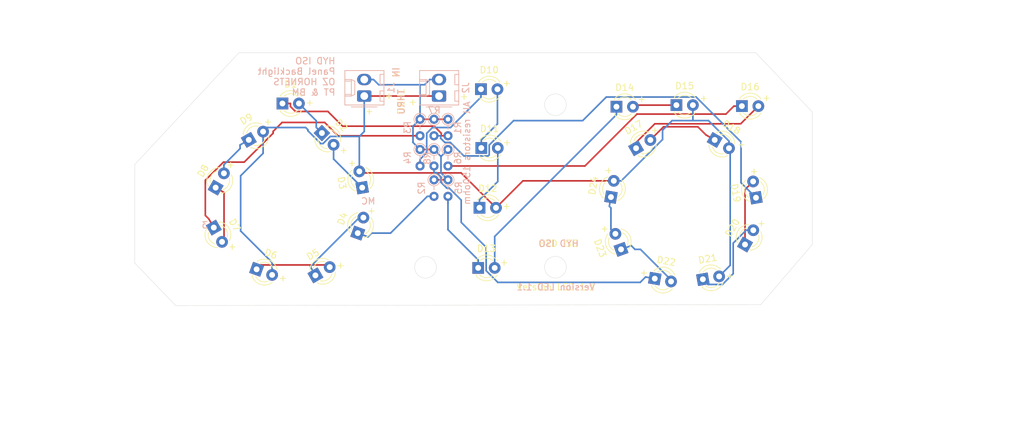
<source format=kicad_pcb>
(kicad_pcb (version 20211014) (generator pcbnew)
  (layers (0 "F.Cu" signal) (31 "B.Cu" signal) (34 "B.Paste" user) (35 "F.Paste" user) (36 "B.SilkS" user "B.Silkscreen") (37 "F.SilkS" user "F.Silkscreen") (38 "B.Mask" user) (39 "F.Mask" user) (44 "Edge.Cuts" user))
  (net 0 "")
  (net 1 "Net-(D1-Pad2)")
  (net 2 "Net-(D2-Pad2)")
  (net 3 "Net-(D1-Pad1)")
  (net 4 "Net-(D4-Pad2)")
  (net 5 "Net-(D5-Pad2)")
  (net 6 "Net-(D7-Pad2)")
  (net 7 "Net-(D8-Pad2)")
  (net 8 "/LED+12V")
  (net 9 "Net-(D10-Pad2)")
  (net 10 "Net-(D11-Pad2)")
  (net 11 "Net-(D4-Pad1)")
  (net 12 "Net-(D13-Pad2)")
  (net 13 "Net-(D14-Pad2)")
  (net 14 "Net-(D7-Pad1)")
  (net 15 "Net-(D16-Pad2)")
  (net 16 "Net-(D17-Pad2)")
  (net 17 "Net-(D10-Pad1)")
  (net 18 "Net-(D19-Pad2)")
  (net 19 "Net-(D20-Pad2)")
  (net 20 "Net-(D13-Pad1)")
  (net 21 "Net-(D22-Pad2)")
  (net 22 "Net-(D23-Pad2)")
  (net 23 "Net-(D16-Pad1)")
  (net 24 "Net-(D19-Pad1)")
  (net 25 "Net-(D22-Pad1)")
  (net 26 "/LED-12V")
  (footprint "LED_THT:LED_D3.0mm" (layer "F.Cu") (at 90.425 68.15)
    (fp_text reference "D1" (at 1.27 -2.96) (layer "F.SilkS"))
    (fp_text value "LED")
    (pad "1" thru_hole rect (at 0 0) (size 1.8 1.8) (drill 0.9) (layers *.Cu *.Mask) (net 3 "Net-(D1-Pad1)"))
    (pad "2" thru_hole circle (at 2.54 0) (size 1.8 1.8) (drill 0.9) (layers *.Cu *.Mask) (net 1 "Net-(D1-Pad2)"))
  )
  (footprint "LED_THT:LED_D3.0mm" (layer "F.Cu") (at 96.5 72.7 -45)
    (fp_text reference "D2" (at 1.27 -2.96 135) (layer "F.SilkS"))
    (fp_text value "LED")
    (pad "1" thru_hole rect (at 0 0 315) (size 1.8 1.8) (drill 0.9) (layers *.Cu *.Mask) (net 1 "Net-(D1-Pad2)"))
    (pad "2" thru_hole circle (at 2.54 0 315) (size 1.8 1.8) (drill 0.9) (layers *.Cu *.Mask) (net 2 "Net-(D2-Pad2)"))
  )
  (footprint "LED_THT:LED_D3.0mm" (layer "F.Cu") (at 102.7 81.1 100)
    (fp_text reference "D3" (at 1.27 -2.96 100) (layer "F.SilkS"))
    (fp_text value "LED")
    (pad "1" thru_hole rect (at 0 0 100) (size 1.8 1.8) (drill 0.9) (layers *.Cu *.Mask) (net 2 "Net-(D2-Pad2)"))
    (pad "2" thru_hole circle (at 2.54 0 100) (size 1.8 1.8) (drill 0.9) (layers *.Cu *.Mask) (net 8 "/LED+12V"))
  )
  (footprint "LED_THT:LED_D3.0mm" (layer "F.Cu") (at 102.0139 88.0981 70)
    (fp_text reference "D4" (at 1.27 -2.96 70) (layer "F.SilkS"))
    (fp_text value "LED")
    (pad "1" thru_hole rect (at 0 0 70) (size 1.8 1.8) (drill 0.9) (layers *.Cu *.Mask) (net 11 "Net-(D4-Pad1)"))
    (pad "2" thru_hole circle (at 2.54 0 70) (size 1.8 1.8) (drill 0.9) (layers *.Cu *.Mask) (net 4 "Net-(D4-Pad2)"))
  )
  (footprint "LED_THT:LED_D3.0mm" (layer "F.Cu") (at 95.5 94.6 30)
    (fp_text reference "D5" (at 1.27 -2.96 30) (layer "F.SilkS"))
    (fp_text value "LED")
    (pad "1" thru_hole rect (at 0 0 30) (size 1.8 1.8) (drill 0.9) (layers *.Cu *.Mask) (net 4 "Net-(D4-Pad2)"))
    (pad "2" thru_hole circle (at 2.54 0 30) (size 1.8 1.8) (drill 0.9) (layers *.Cu *.Mask) (net 5 "Net-(D5-Pad2)"))
  )
  (footprint "LED_THT:LED_D3.0mm" (layer "F.Cu") (at 86.4519 93.6639 -20)
    (fp_text reference "D6" (at 1.27 -2.96 160) (layer "F.SilkS"))
    (fp_text value "LED")
    (pad "1" thru_hole rect (at 0 0 340) (size 1.8 1.8) (drill 0.9) (layers *.Cu *.Mask) (net 5 "Net-(D5-Pad2)"))
    (pad "2" thru_hole circle (at 2.54 0 340) (size 1.8 1.8) (drill 0.9) (layers *.Cu *.Mask) (net 8 "/LED+12V"))
  )
  (footprint "LED_THT:LED_D3.0mm" (layer "F.Cu") (at 79.8625 87.2458 -60)
    (fp_text reference "D7" (at 1.27 -2.96 120) (layer "F.SilkS"))
    (fp_text value "LED")
    (pad "1" thru_hole rect (at 0 0 300) (size 1.8 1.8) (drill 0.9) (layers *.Cu *.Mask) (net 14 "Net-(D7-Pad1)"))
    (pad "2" thru_hole circle (at 2.54 0 300) (size 1.8 1.8) (drill 0.9) (layers *.Cu *.Mask) (net 6 "Net-(D7-Pad2)"))
  )
  (footprint "LED_THT:LED_D3.0mm" (layer "F.Cu") (at 80.15 81.1 60)
    (fp_text reference "D8" (at 1.27 -2.96 60) (layer "F.SilkS"))
    (fp_text value "LED")
    (pad "1" thru_hole rect (at 0 0 60) (size 1.8 1.8) (drill 0.9) (layers *.Cu *.Mask) (net 6 "Net-(D7-Pad2)"))
    (pad "2" thru_hole circle (at 2.54 0 60) (size 1.8 1.8) (drill 0.9) (layers *.Cu *.Mask) (net 7 "Net-(D8-Pad2)"))
  )
  (footprint "LED_THT:LED_D3.0mm" (layer "F.Cu") (at 85.25 73.75 30)
    (fp_text reference "D9" (at 1.27 -2.96 30) (layer "F.SilkS"))
    (fp_text value "LED")
    (pad "1" thru_hole rect (at 0 0 30) (size 1.8 1.8) (drill 0.9) (layers *.Cu *.Mask) (net 7 "Net-(D8-Pad2)"))
    (pad "2" thru_hole circle (at 2.54 0 30) (size 1.8 1.8) (drill 0.9) (layers *.Cu *.Mask) (net 8 "/LED+12V"))
  )
  (footprint "LED_THT:LED_D3.0mm" (layer "F.Cu") (at 120.975 65.95)
    (fp_text reference "D10" (at 1.27 -2.96) (layer "F.SilkS"))
    (fp_text value "LED")
    (pad "1" thru_hole rect (at 0 0) (size 1.8 1.8) (drill 0.9) (layers *.Cu *.Mask) (net 17 "Net-(D10-Pad1)"))
    (pad "2" thru_hole circle (at 2.54 0) (size 1.8 1.8) (drill 0.9) (layers *.Cu *.Mask) (net 9 "Net-(D10-Pad2)"))
  )
  (footprint "LED_THT:LED_D3.0mm" (layer "F.Cu") (at 121.025 75)
    (fp_text reference "D11" (at 1.27 -2.96) (layer "F.SilkS"))
    (fp_text value "LED")
    (pad "1" thru_hole rect (at 0 0) (size 1.8 1.8) (drill 0.9) (layers *.Cu *.Mask) (net 9 "Net-(D10-Pad2)"))
    (pad "2" thru_hole circle (at 2.54 0) (size 1.8 1.8) (drill 0.9) (layers *.Cu *.Mask) (net 10 "Net-(D11-Pad2)"))
  )
  (footprint "LED_THT:LED_D3.0mm" (layer "F.Cu") (at 120.75 84.2)
    (fp_text reference "D12" (at 1.27 -2.96) (layer "F.SilkS"))
    (fp_text value "LED")
    (pad "1" thru_hole rect (at 0 0) (size 1.8 1.8) (drill 0.9) (layers *.Cu *.Mask) (net 10 "Net-(D11-Pad2)"))
    (pad "2" thru_hole circle (at 2.54 0) (size 1.8 1.8) (drill 0.9) (layers *.Cu *.Mask) (net 8 "/LED+12V"))
  )
  (footprint "LED_THT:LED_D3.0mm" (layer "F.Cu") (at 120.55 93.45)
    (fp_text reference "D13" (at 1.27 -2.96) (layer "F.SilkS"))
    (fp_text value "LED")
    (pad "1" thru_hole rect (at 0 0) (size 1.8 1.8) (drill 0.9) (layers *.Cu *.Mask) (net 20 "Net-(D13-Pad1)"))
    (pad "2" thru_hole circle (at 2.54 0) (size 1.8 1.8) (drill 0.9) (layers *.Cu *.Mask) (net 12 "Net-(D13-Pad2)"))
  )
  (footprint "LED_THT:LED_D3.0mm" (layer "F.Cu") (at 141.825 68.65)
    (fp_text reference "D14" (at 1.27 -2.96) (layer "F.SilkS"))
    (fp_text value "LED")
    (pad "1" thru_hole rect (at 0 0) (size 1.8 1.8) (drill 0.9) (layers *.Cu *.Mask) (net 12 "Net-(D13-Pad2)"))
    (pad "2" thru_hole circle (at 2.54 0) (size 1.8 1.8) (drill 0.9) (layers *.Cu *.Mask) (net 13 "Net-(D14-Pad2)"))
  )
  (footprint "LED_THT:LED_D3.0mm" (layer "F.Cu") (at 151.05 68.402)
    (fp_text reference "D15" (at 1.27 -2.96) (layer "F.SilkS"))
    (fp_text value "LED")
    (pad "1" thru_hole rect (at 0 0) (size 1.8 1.8) (drill 0.9) (layers *.Cu *.Mask) (net 13 "Net-(D14-Pad2)"))
    (pad "2" thru_hole circle (at 2.54 0) (size 1.8 1.8) (drill 0.9) (layers *.Cu *.Mask) (net 8 "/LED+12V"))
  )
  (footprint "LED_THT:LED_D3.0mm" (layer "F.Cu") (at 161.126 68.5544)
    (fp_text reference "D16" (at 1.27 -2.96) (layer "F.SilkS"))
    (fp_text value "LED")
    (pad "1" thru_hole rect (at 0 0) (size 1.8 1.8) (drill 0.9) (layers *.Cu *.Mask) (net 23 "Net-(D16-Pad1)"))
    (pad "2" thru_hole circle (at 2.54 0) (size 1.8 1.8) (drill 0.9) (layers *.Cu *.Mask) (net 15 "Net-(D16-Pad2)"))
  )
  (footprint "LED_THT:LED_D3.0mm" (layer "F.Cu") (at 144.8458 75.0375 30)
    (fp_text reference "D17" (at 1.27 -2.96 30) (layer "F.SilkS"))
    (fp_text value "LED")
    (pad "1" thru_hole rect (at 0 0 30) (size 1.8 1.8) (drill 0.9) (layers *.Cu *.Mask) (net 15 "Net-(D16-Pad2)"))
    (pad "2" thru_hole circle (at 2.54 0 30) (size 1.8 1.8) (drill 0.9) (layers *.Cu *.Mask) (net 16 "Net-(D17-Pad2)"))
  )
  (footprint "LED_THT:LED_D3.0mm" (layer "F.Cu") (at 156.9458 73.7625 -30)
    (fp_text reference "D18" (at 1.27 -2.96 150) (layer "F.SilkS"))
    (fp_text value "LED")
    (pad "1" thru_hole rect (at 0 0 330) (size 1.8 1.8) (drill 0.9) (layers *.Cu *.Mask) (net 16 "Net-(D17-Pad2)"))
    (pad "2" thru_hole circle (at 2.54 0 330) (size 1.8 1.8) (drill 0.9) (layers *.Cu *.Mask) (net 8 "/LED+12V"))
  )
  (footprint "LED_THT:LED_D3.0mm" (layer "F.Cu") (at 140.9786 82.5556 80)
    (fp_text reference "D24" (at 1.27 -2.96 80) (layer "F.SilkS"))
    (fp_text value "LED")
    (pad "1" thru_hole rect (at 0 0 80) (size 1.8 1.8) (drill 0.9) (layers *.Cu *.Mask) (net 22 "Net-(D23-Pad2)"))
    (pad "2" thru_hole circle (at 2.54 0 80) (size 1.8 1.8) (drill 0.9) (layers *.Cu *.Mask) (net 8 "/LED+12V"))
  )
  (footprint "LED_THT:LED_D3.0mm" (layer "F.Cu") (at 163.3 82.65 100)
    (fp_text reference "D19" (at 1.27 -2.96 100) (layer "F.SilkS"))
    (fp_text value "LED")
    (pad "1" thru_hole rect (at 0 0 100) (size 1.8 1.8) (drill 0.9) (layers *.Cu *.Mask) (net 24 "Net-(D19-Pad1)"))
    (pad "2" thru_hole circle (at 2.54 0 100) (size 1.8 1.8) (drill 0.9) (layers *.Cu *.Mask) (net 18 "Net-(D19-Pad2)"))
  )
  (footprint "LED_THT:LED_D3.0mm" (layer "F.Cu") (at 142.5332 90.6 110)
    (fp_text reference "D23" (at 1.27 -2.96 110) (layer "F.SilkS"))
    (fp_text value "LED")
    (pad "1" thru_hole rect (at 0 0 110) (size 1.8 1.8) (drill 0.9) (layers *.Cu *.Mask) (net 21 "Net-(D22-Pad2)"))
    (pad "2" thru_hole circle (at 2.54 0 110) (size 1.8 1.8) (drill 0.9) (layers *.Cu *.Mask) (net 22 "Net-(D23-Pad2)"))
  )
  (footprint "LED_THT:LED_D3.0mm" (layer "F.Cu") (at 161.6125 89.8542 60)
    (fp_text reference "D20" (at 1.27 -2.96 60) (layer "F.SilkS"))
    (fp_text value "LED")
    (pad "1" thru_hole rect (at 0 0 60) (size 1.8 1.8) (drill 0.9) (layers *.Cu *.Mask) (net 18 "Net-(D19-Pad2)"))
    (pad "2" thru_hole circle (at 2.54 0 60) (size 1.8 1.8) (drill 0.9) (layers *.Cu *.Mask) (net 19 "Net-(D20-Pad2)"))
  )
  (footprint "LED_THT:LED_D3.0mm" (layer "F.Cu") (at 147.725 95.1 -10)
    (fp_text reference "D22" (at 1.27 -2.96 170) (layer "F.SilkS"))
    (fp_text value "LED")
    (pad "1" thru_hole rect (at 0 0 350) (size 1.8 1.8) (drill 0.9) (layers *.Cu *.Mask) (net 25 "Net-(D22-Pad1)"))
    (pad "2" thru_hole circle (at 2.54 0 350) (size 1.8 1.8) (drill 0.9) (layers *.Cu *.Mask) (net 21 "Net-(D22-Pad2)"))
  )
  (footprint "LED_THT:LED_D3.0mm" (layer "F.Cu") (at 155.125 95.2 10)
    (fp_text reference "D21" (at 1.27 -2.96 10) (layer "F.SilkS"))
    (fp_text value "LED")
    (pad "1" thru_hole rect (at 0 0 10) (size 1.8 1.8) (drill 0.9) (layers *.Cu *.Mask) (net 19 "Net-(D20-Pad2)"))
    (pad "2" thru_hole circle (at 2.54 0 10) (size 1.8 1.8) (drill 0.9) (layers *.Cu *.Mask) (net 8 "/LED+12V"))
  )
  (footprint "OH_Backlighting:100SPX_Toggle_13mm_x_18mm" (layer "F.Cu") (at 91.7486 83.8848 180)
    (fp_text reference "REF04" hide)
    (fp_text value "100SPX_Toggle_13mm_x_18mm" hide)
    (pad "" np_thru_hole circle locked (at 0 9.525 180) (size 3.572 3.572) (drill 3.572) (layers *.Cu *.Mask) (clearance 1))
    (pad "" np_thru_hole circle locked (at 0 0 180) (size 12.7 12.7) (drill 12.7) (layers *.Mask "F.Cu") (clearance 1))
    (pad "" np_thru_hole circle locked (at 0 0 180) (size 12.7 12.7) (drill 12.7) (layers *.Mask "B.Cu") (clearance 3.65))
  )
  (footprint "OH_Backlighting:100SPX_Toggle_13mm_x_18mm" (layer "F.Cu") (at 152.0736 83.8848 180)
    (fp_text reference "REF03" hide)
    (fp_text value "100SPX_Toggle_13mm_x_18mm" hide)
    (pad "" np_thru_hole circle locked (at 0 9.525 180) (size 3.572 3.572) (drill 3.572) (layers *.Cu *.Mask) (clearance 1))
    (pad "" np_thru_hole circle locked (at 0 0 180) (size 12.7 12.7) (drill 12.7) (layers *.Mask "B.Cu") (clearance 3.65))
    (pad "" np_thru_hole circle locked (at 0 0 180) (size 12.7 12.7) (drill 12.7) (layers *.Mask "F.Cu") (clearance 1))
  )
  (footprint "OH_Backlighting:OH_Panel_6-32_PHS" (layer "F.Cu") (at 71.1111 87.2503)
    (fp_text reference "REF01" hide)
    (fp_text value "OH_Panel_Fastner_Keepout" hide)
    (pad "" np_thru_hole circle locked (at 0 0) (size 4.3 4.3) (drill 4.3) (layers *.Cu *.Mask) (clearance 3))
  )
  (footprint "OH_Backlighting:OH_Panel_6-32_PHS" (layer "F.Cu") (at 168.9011 73.7248)
    (fp_text reference "REF02" hide)
    (fp_text value "OH_Panel_Fastner_Keepout" hide)
    (pad "" np_thru_hole circle locked (at 0 0) (size 4.3 4.3) (drill 4.3) (layers *.Cu *.Mask) (clearance 3))
  )
  (footprint "Connector_Molex:Molex_KK-254_AE-6410-02A_1x02_P2.54mm_Vertical" (layer "B.Cu") (at 103.019 67.004 90)
    (fp_text reference "J1" (at 1.27 4.12 270) (layer "B.SilkS") (effects (justify mirror)))
    (fp_text value "BK")
    (pad "1" thru_hole roundrect (at 0 0 90) (size 1.74 2.19) (drill 1.19) (layers *.Cu *.Mask) (roundrect_rratio 0.1436781609) (net 8 "/LED+12V"))
    (pad "2" thru_hole oval (at 2.54 0 90) (size 1.74 2.19) (drill 1.19) (layers *.Cu *.Mask) (net 26 "/LED-12V"))
  )
  (footprint "Connector_Molex:Molex_KK-254_AE-6410-02A_1x02_P2.54mm_Vertical" (layer "B.Cu") (at 114.525 67.004 90)
    (fp_text reference "J2" (at 1.27 4.12 270) (layer "B.SilkS") (effects (justify mirror)))
    (fp_text value "BK")
    (pad "1" thru_hole roundrect (at 0 0 90) (size 1.74 2.19) (drill 1.19) (layers *.Cu *.Mask) (roundrect_rratio 0.1436781609) (net 8 "/LED+12V"))
    (pad "2" thru_hole oval (at 2.54 0 90) (size 1.74 2.19) (drill 1.19) (layers *.Cu *.Mask) (net 26 "/LED-12V"))
  )
  (footprint "Resistor_THT:R_Axial_DIN0204_L3.6mm_D1.6mm_P2.54mm_Vertical" (layer "B.Cu") (at 115.9 70.58 -90)
    (fp_text reference "R1" (at 1.34 -1.51 90) (layer "B.SilkS") (effects (justify mirror)))
    (fp_text value "150")
    (pad "1" thru_hole circle (at 0 0 270) (size 1.4 1.4) (drill 0.7) (layers *.Cu *.Mask) (net 26 "/LED-12V"))
    (pad "2" thru_hole oval (at 2.54 0 270) (size 1.4 1.4) (drill 0.7) (layers *.Cu *.Mask) (net 3 "Net-(D1-Pad1)"))
  )
  (footprint "Resistor_THT:R_Axial_DIN0204_L3.6mm_D1.6mm_P2.54mm_Vertical" (layer "B.Cu") (at 115.9 79.9 -90)
    (fp_text reference "R5" (at 1.23 -1.64 90) (layer "B.SilkS") (effects (justify mirror)))
    (fp_text value "150")
    (pad "1" thru_hole circle (at 0 0 270) (size 1.4 1.4) (drill 0.7) (layers *.Cu *.Mask) (net 26 "/LED-12V"))
    (pad "2" thru_hole oval (at 2.54 0 270) (size 1.4 1.4) (drill 0.7) (layers *.Cu *.Mask) (net 20 "Net-(D13-Pad1)"))
  )
  (footprint "Resistor_THT:R_Axial_DIN0204_L3.6mm_D1.6mm_P2.54mm_Vertical" (layer "B.Cu") (at 115.9 75.23 -90)
    (fp_text reference "R6" (at 1.31 -1.52 90) (layer "B.SilkS") (effects (justify mirror)))
    (fp_text value "150")
    (pad "1" thru_hole circle (at 0 0 270) (size 1.4 1.4) (drill 0.7) (layers *.Cu *.Mask) (net 26 "/LED-12V"))
    (pad "2" thru_hole oval (at 2.54 0 270) (size 1.4 1.4) (drill 0.7) (layers *.Cu *.Mask) (net 23 "Net-(D16-Pad1)"))
  )
  (footprint "Resistor_THT:R_Axial_DIN0204_L3.6mm_D1.6mm_P2.54mm_Vertical" (layer "B.Cu") (at 113.75 79.9 -90)
    (fp_text reference "R2" (at 1.27 1.92 90) (layer "B.SilkS") (effects (justify mirror)))
    (fp_text value "150")
    (pad "1" thru_hole circle (at 0 0 270) (size 1.4 1.4) (drill 0.7) (layers *.Cu *.Mask) (net 26 "/LED-12V"))
    (pad "2" thru_hole oval (at 2.54 0 270) (size 1.4 1.4) (drill 0.7) (layers *.Cu *.Mask) (net 11 "Net-(D4-Pad1)"))
  )
  (footprint "Resistor_THT:R_Axial_DIN0204_L3.6mm_D1.6mm_P2.54mm_Vertical" (layer "B.Cu") (at 111.6 70.58 -90)
    (fp_text reference "R3" (at 1.27 1.92 90) (layer "B.SilkS") (effects (justify mirror)))
    (fp_text value "150")
    (pad "1" thru_hole circle (at 0 0 270) (size 1.4 1.4) (drill 0.7) (layers *.Cu *.Mask) (net 26 "/LED-12V"))
    (pad "2" thru_hole oval (at 2.54 0 270) (size 1.4 1.4) (drill 0.7) (layers *.Cu *.Mask) (net 14 "Net-(D7-Pad1)"))
  )
  (footprint "Resistor_THT:R_Axial_DIN0204_L3.6mm_D1.6mm_P2.54mm_Vertical" (layer "B.Cu") (at 113.75 75.23 -90)
    (fp_text reference "R8" (at 1.34 1.04 90) (layer "B.SilkS") (effects (justify mirror)))
    (fp_text value "150")
    (pad "1" thru_hole circle (at 0 0 270) (size 1.4 1.4) (drill 0.7) (layers *.Cu *.Mask) (net 26 "/LED-12V"))
    (pad "2" thru_hole oval (at 2.54 0 270) (size 1.4 1.4) (drill 0.7) (layers *.Cu *.Mask) (net 25 "Net-(D22-Pad1)"))
  )
  (footprint "Resistor_THT:R_Axial_DIN0204_L3.6mm_D1.6mm_P2.54mm_Vertical" (layer "B.Cu") (at 111.6 75.23 -90)
    (fp_text reference "R4" (at 1.27 1.92 90) (layer "B.SilkS") (effects (justify mirror)))
    (fp_text value "150")
    (pad "1" thru_hole circle (at 0 0 270) (size 1.4 1.4) (drill 0.7) (layers *.Cu *.Mask) (net 26 "/LED-12V"))
    (pad "2" thru_hole oval (at 2.54 0 270) (size 1.4 1.4) (drill 0.7) (layers *.Cu *.Mask) (net 17 "Net-(D10-Pad1)"))
  )
  (footprint "Resistor_THT:R_Axial_DIN0204_L3.6mm_D1.6mm_P2.54mm_Vertical" (layer "B.Cu") (at 113.75 70.58 -90)
    (fp_text reference "R7" (at -1.4 -0.03 180) (layer "B.SilkS") (effects (justify mirror)))
    (fp_text value "150")
    (pad "1" thru_hole circle (at 0 0 270) (size 1.4 1.4) (drill 0.7) (layers *.Cu *.Mask) (net 26 "/LED-12V"))
    (pad "2" thru_hole oval (at 2.54 0 270) (size 1.4 1.4) (drill 0.7) (layers *.Cu *.Mask) (net 24 "Net-(D19-Pad1)"))
  )
  (gr_line (start 83.7184 60.3504) (end 163.2712 60.3504) (layer "Edge.Cuts") (width 0.05))
  (gr_line (start 171.958 89.8652) (end 164.05 99.1) (layer "Edge.Cuts") (width 0.05))
  (gr_circle (center 132.44 93.34) (end 133.62 94.52) (layer "Edge.Cuts") (width 0.05) (fill none))
  (gr_line (start 67.7164 77.5208) (end 83.7184 60.3504) (layer "Edge.Cuts") (width 0.05))
  (gr_line (start 74 99.25) (end 164.05 99.1) (layer "Edge.Cuts") (width 0.05))
  (gr_line (start 171.958 69.4436) (end 171.958 89.8652) (layer "Edge.Cuts") (width 0.05))
  (gr_line (start 67.7164 77.5208) (end 67.7 92.7) (layer "Edge.Cuts") (width 0.05))
  (gr_circle (center 112.451228 93.36) (end 113.631228 94.54) (layer "Edge.Cuts") (width 0.05) (fill none))
  (gr_line (start 163.2712 60.3504) (end 171.958 69.4436) (layer "Edge.Cuts") (width 0.05))
  (gr_circle (center 132.44 68.34) (end 133.62 69.52) (layer "Edge.Cuts") (width 0.05) (fill none))
  (gr_line (start 67.7 92.7) (end 74 99.25) (layer "Edge.Cuts") (width 0.05))
  (gr_text "Version LED 1.1" (at 132.5 96.4) (layer "B.SilkS") (effects (font (size 1 1)) (justify mirror)))
  (gr_text "IN" (at 107.9 63.35 90) (layer "B.SilkS") (effects (font (size 1 1)) (justify mirror)))
  (gr_text "THRU" (at 108.72 67.91 90) (layer "B.SilkS") (effects (font (size 1 1)) (justify mirror)))
  (gr_text "MC" (at 103.632 83.185) (layer "B.SilkS") (effects (font (size 1 1)) (justify mirror)))
  (gr_text "HYD ISO" (at 132.93 89.71) (layer "B.SilkS") (effects (font (size 1 1)) (justify mirror)))
  (gr_text "All resistors 150ohm" (at 118.81 75.79 90) (layer "B.SilkS") (effects (font (size 1 1)) (justify mirror)))
  (gr_text "3" (at 78.486 86.868) (layer "B.SilkS") (effects (font (size 1 1)) (justify mirror)))
  (gr_text "HYD ISO\nPanel Backlight\nOZ HORNETS\nPT & BM" (at 98.65 64.02) (layer "B.SilkS") (effects (font (size 1 1)) (justify left mirror)))
  (gr_text "+" (at 125 74.11) (layer "F.SilkS") (effects (font (size 1 1))))
  (gr_text "+" (at 106.83 66.96) (layer "F.SilkS") (effects (font (size 1 1))))
  (gr_text "+" (at 90.51 94.99) (layer "F.SilkS") (effects (font (size 1 1))))
  (gr_text "+" (at 88.19 70.92) (layer "F.SilkS") (effects (font (size 1 1))))
  (gr_text "+" (at 140.01 87.38) (layer "F.SilkS") (effects (font (size 1 1))))
  (gr_text "+" (at 163 78.56) (layer "F.SilkS") (effects (font (size 1 1))))
  (gr_text "+" (at 82.7 90.14) (layer "F.SilkS") (effects (font (size 1 1))))
  (gr_text "+" (at 118.38 67.04) (layer "F.SilkS") (effects (font (size 1 1))))
  (gr_text "+" (at 164.14 86.57) (layer "F.SilkS") (effects (font (size 1 1))))
  (gr_text "+" (at 124.94 83.92) (layer "F.SilkS") (effects (font (size 1 1))))
  (gr_text "+" (at 145.71 67.46) (layer "F.SilkS") (effects (font (size 1 1))))
  (gr_text "+" (at 155.27 67.31) (layer "F.SilkS") (effects (font (size 1 1))))
  (gr_text "+" (at 82.46 77.55) (layer "F.SilkS") (effects (font (size 1 1))))
  (gr_text "+" (at 110.49 67.9) (layer "F.SilkS") (effects (font (size 1 1))))
  (gr_text "HYD ISO" (at 132.93 89.71) (layer "F.SilkS") (effects (font (size 1 1))))
  (gr_text "+" (at 124.95 65.01) (layer "F.SilkS") (effects (font (size 1 1))))
  (gr_text "+" (at 99.38 93.04) (layer "F.SilkS") (effects (font (size 1 1))))
  (gr_text "+" (at 140.63 78.4) (layer "F.SilkS") (effects (font (size 1 1))))
  (gr_text "+" (at 161.06 74.43) (layer "F.SilkS") (effects (font (size 1 1))))
  (gr_text "+" (at 103.79 69.33) (layer "F.SilkS") (effects (font (size 1 1))))
  (gr_text "+" (at 101.13 77.3) (layer "F.SilkS") (effects (font (size 1 1))))
  (gr_text "+" (at 164.92 67.27) (layer "F.SilkS") (effects (font (size 1 1))))
  (gr_text "THRU" (at 108.58 67.84 -90) (layer "F.SilkS") (effects (font (size 1 1))))
  (gr_text "+" (at 99.85 75.32) (layer "F.SilkS") (effects (font (size 1 1))))
  (gr_text "+" (at 146.05 94.17) (layer "F.SilkS") (effects (font (size 1 1))))
  (gr_text "+" (at 94.63 67.99) (layer "F.SilkS") (effects (font (size 1 1))))
  (gr_text "+" (at 159.26 94.65) (layer "F.SilkS") (effects (font (size 1 1))))
  (gr_text "Version LED 1.1" (at 132.5 96.4) (layer "F.SilkS") (effects (font (size 1 1))))
  (gr_text "IN" (at 107.9 63.35 -90) (layer "F.SilkS") (effects (font (size 1 1))))
  (gr_text "+" (at 104.14 84.62) (layer "F.SilkS") (effects (font (size 1 1))))
  (gr_text "+" (at 147.75 72.24) (layer "F.SilkS") (effects (font (size 1 1))))
  (gr_text "+" (at 124.54 92.58) (layer "F.SilkS") (effects (font (size 1 1))))
  (segment (start 95.6336 70.8186) (end 92.965 68.15) (width 0.25) (layer "B.Cu") (net 1))
  (segment (start 96.5 72.7) (end 95.6336 71.8336) (width 0.25) (layer "B.Cu") (net 1))
  (segment (start 95.6336 71.8336) (end 95.6336 70.8186) (width 0.25) (layer "B.Cu") (net 1))
  (segment (start 98.2961 76.6961) (end 98.2961 74.4961) (width 0.25) (layer "B.Cu") (net 2))
  (segment (start 102.7 81.1) (end 98.2961 76.6961) (width 0.25) (layer "B.Cu") (net 2))
  (segment (start 97.4158 69.3753) (end 92.416 69.3753) (width 0.25) (layer "F.Cu") (net 3))
  (segment (start 91.6503 68.6096) (end 91.6503 68.15) (width 0.25) (layer "F.Cu") (net 3))
  (segment (start 90.425 68.15) (end 91.6503 68.15) (width 0.25) (layer "F.Cu") (net 3))
  (segment (start 115.9 73.12) (end 114.8747 73.12) (width 0.25) (layer "F.Cu") (net 3))
  (segment (start 113.7837 71.6444) (end 99.6849 71.6444) (width 0.25) (layer "F.Cu") (net 3))
  (segment (start 99.6849 71.6444) (end 97.4158 69.3753) (width 0.25) (layer "F.Cu") (net 3))
  (segment (start 114.8747 73.12) (end 114.8747 72.7354) (width 0.25) (layer "F.Cu") (net 3))
  (segment (start 114.8747 72.7354) (end 113.7837 71.6444) (width 0.25) (layer "F.Cu") (net 3))
  (segment (start 92.416 69.3753) (end 91.6503 68.6096) (width 0.25) (layer "F.Cu") (net 3))
  (segment (start 95.5 92.4604) (end 102.2491 85.7113) (width 0.25) (layer "B.Cu") (net 4))
  (segment (start 95.5 94.6) (end 94.7232 93.2546) (width 0.25) (layer "B.Cu") (net 4))
  (segment (start 95.5 92.4778) (end 95.5 92.4604) (width 0.25) (layer "B.Cu") (net 4))
  (segment (start 94.7232 93.2546) (end 95.5 92.4778) (width 0.25) (layer "B.Cu") (net 4))
  (segment (start 102.2491 85.7113) (end 102.8826 85.7113) (width 0.25) (layer "B.Cu") (net 4))
  (segment (start 87.1175 92.9983) (end 97.368 92.9983) (width 0.25) (layer "F.Cu") (net 5))
  (segment (start 97.368 92.9983) (end 97.6997 93.33) (width 0.25) (layer "F.Cu") (net 5))
  (segment (start 86.4519 93.6639) (end 87.1175 92.9983) (width 0.25) (layer "F.Cu") (net 5))
  (segment (start 80.15 81.1) (end 81.4954 81.8768) (width 0.25) (layer "F.Cu") (net 6))
  (segment (start 81.4383 81.9339) (end 81.4383 89.1397) (width 0.25) (layer "F.Cu") (net 6))
  (segment (start 81.4383 89.1397) (end 81.1325 89.4455) (width 0.25) (layer "F.Cu") (net 6))
  (segment (start 81.4954 81.8768) (end 81.4383 81.9339) (width 0.25) (layer "F.Cu") (net 6))
  (segment (start 81.42 77.58) (end 81.42 78.9003) (width 0.25) (layer "B.Cu") (net 7))
  (segment (start 83.9046 75.0954) (end 81.42 77.58) (width 0.25) (layer "B.Cu") (net 7))
  (segment (start 85.25 73.75) (end 83.9046 74.5268) (width 0.25) (layer "B.Cu") (net 7))
  (segment (start 83.9046 74.5268) (end 83.9046 75.0954) (width 0.25) (layer "B.Cu") (net 7))
  (segment (start 102.4954 78.8351) (end 102.2589 78.5986) (width 0.25) (layer "F.Cu") (net 8))
  (segment (start 103.019 67.004) (end 114.525 67.004) (width 0.25) (layer "F.Cu") (net 8))
  (segment (start 141.4197 80.0542) (end 127.4358 80.0542) (width 0.25) (layer "F.Cu") (net 8))
  (segment (start 127.4358 80.0542) (end 123.29 84.2) (width 0.25) (layer "F.Cu") (net 8))
  (segment (start 123.29 84.2) (end 117.9251 78.8351) (width 0.25) (layer "F.Cu") (net 8))
  (segment (start 117.9251 78.8351) (end 102.4954 78.8351) (width 0.25) (layer "F.Cu") (net 8))
  (segment (start 102.2589 73.2216) (end 103.019 72.4615) (width 0.25) (layer "B.Cu") (net 8))
  (segment (start 87.4497 75.8193) (end 83.9937 79.2753) (width 0.25) (layer "B.Cu") (net 8))
  (segment (start 87.4497 72.48) (end 87.4497 75.8193) (width 0.25) (layer "B.Cu") (net 8))
  (segment (start 153.59 70.7847) (end 150.3934 70.7847) (width 0.25) (layer "B.Cu") (net 8))
  (segment (start 103.019 72.4615) (end 103.019 67.004) (width 0.25) (layer "B.Cu") (net 8))
  (segment (start 142.5601 80.0542) (end 141.4197 80.0542) (width 0.25) (layer "B.Cu") (net 8))
  (segment (start 83.9937 79.2753) (end 83.9937 87.7712) (width 0.25) (layer "B.Cu") (net 8))
  (segment (start 96.3128 74.3168) (end 96.6793 74.3168) (width 0.25) (layer "B.Cu") (net 8))
  (segment (start 159.3294 75.2164) (end 159.1455 75.0325) (width 0.25) (layer "B.Cu") (net 8))
  (segment (start 153.59 70.7847) (end 153.59 68.402) (width 0.25) (layer "B.Cu") (net 8))
  (segment (start 94.3437 72.1935) (end 94.3437 72.3477) (width 0.25) (layer "B.Cu") (net 8))
  (segment (start 88.8387 92.6162) (end 88.8387 94.5326) (width 0.25) (layer "B.Cu") (net 8))
  (segment (start 157.6264 94.7589) (end 159.3294 93.0559) (width 0.25) (layer "B.Cu") (net 8))
  (segment (start 148.9221 72.256) (end 148.9221 73.6922) (width 0.25) (layer "B.Cu") (net 8))
  (segment (start 94.3437 72.3477) (end 96.3128 74.3168) (width 0.25) (layer "B.Cu") (net 8))
  (segment (start 88.0806 71.8491) (end 93.9993 71.8491) (width 0.25) (layer "B.Cu") (net 8))
  (segment (start 97.7745 73.2216) (end 102.2589 73.2216) (width 0.25) (layer "B.Cu") (net 8))
  (segment (start 159.3294 93.0559) (end 159.3294 75.2164) (width 0.25) (layer "B.Cu") (net 8))
  (segment (start 83.9937 87.7712) (end 88.8387 92.6162) (width 0.25) (layer "B.Cu") (net 8))
  (segment (start 159.1455 73.9394) (end 159.1455 75.0325) (width 0.25) (layer "B.Cu") (net 8))
  (segment (start 87.4497 72.48) (end 88.0806 71.8491) (width 0.25) (layer "B.Cu") (net 8))
  (segment (start 93.9993 71.8491) (end 94.3437 72.1935) (width 0.25) (layer "B.Cu") (net 8))
  (segment (start 96.6793 74.3168) (end 97.7745 73.2216) (width 0.25) (layer "B.Cu") (net 8))
  (segment (start 148.9221 73.6922) (end 142.5601 80.0542) (width 0.25) (layer "B.Cu") (net 8))
  (segment (start 150.3934 70.7847) (end 148.9221 72.256) (width 0.25) (layer "B.Cu") (net 8))
  (segment (start 153.59 70.7847) (end 155.9908 70.7847) (width 0.25) (layer "B.Cu") (net 8))
  (segment (start 102.2589 78.5986) (end 102.2589 73.2216) (width 0.25) (layer "B.Cu") (net 8))
  (segment (start 155.9908 70.7847) (end 159.1455 73.9394) (width 0.25) (layer "B.Cu") (net 8))
  (segment (start 121.025 75) (end 121.025 73.7747) (width 0.25) (layer "B.Cu") (net 9))
  (segment (start 121.025 73.7747) (end 123.515 71.2847) (width 0.25) (layer "B.Cu") (net 9))
  (segment (start 123.515 71.2847) (end 123.515 65.95) (width 0.25) (layer "B.Cu") (net 9))
  (segment (start 120.75 84.2) (end 120.75 82.9747) (width 0.25) (layer "B.Cu") (net 10))
  (segment (start 120.75 82.9747) (end 123.565 80.1597) (width 0.25) (layer "B.Cu") (net 10))
  (segment (start 123.565 80.1597) (end 123.565 75) (width 0.25) (layer "B.Cu") (net 10))
  (segment (start 103.5844 88.6696) (end 103.5844 88.6697) (width 0.25) (layer "B.Cu") (net 11))
  (segment (start 104.1559 88.0981) (end 103.5844 88.6696) (width 0.25) (layer "B.Cu") (net 11))
  (segment (start 113.75 82.44) (end 112.7247 82.44) (width 0.25) (layer "B.Cu") (net 11))
  (segment (start 102.0139 88.0981) (end 103.5844 88.6697) (width 0.25) (layer "B.Cu") (net 11))
  (segment (start 112.7247 82.44) (end 107.0666 88.0981) (width 0.25) (layer "B.Cu") (net 11))
  (segment (start 107.0666 88.0981) (end 104.1559 88.0981) (width 0.25) (layer "B.Cu") (net 11))
  (segment (start 141.825 69.8753) (end 123.09 88.6103) (width 0.25) (layer "B.Cu") (net 12))
  (segment (start 141.825 68.65) (end 141.825 69.8753) (width 0.25) (layer "B.Cu") (net 12))
  (segment (start 123.09 88.6103) (end 123.09 93.45) (width 0.25) (layer "B.Cu") (net 12))
  (segment (start 144.613 68.402) (end 144.365 68.65) (width 0.25) (layer "F.Cu") (net 13))
  (segment (start 151.05 68.402) (end 144.613 68.402) (width 0.25) (layer "F.Cu") (net 13))
  (segment (start 78.5611 85.3758) (end 79.0857 85.9004) (width 0.25) (layer "F.Cu") (net 14))
  (segment (start 78.5611 79.961) (end 78.5611 85.3758) (width 0.25) (layer "F.Cu") (net 14))
  (segment (start 96.922 71.068) (end 90.3718 71.068) (width 0.25) (layer "F.Cu") (net 14))
  (segment (start 88.9945 72.7238) (end 84.5466 77.1717) (width 0.25) (layer "F.Cu") (net 14))
  (segment (start 79.8625 87.2458) (end 79.0857 85.9004) (width 0.25) (layer "F.Cu") (net 14))
  (segment (start 111.6 73.12) (end 98.974 73.12) (width 0.25) (layer "F.Cu") (net 14))
  (segment (start 81.3504 77.1717) (end 78.5611 79.961) (width 0.25) (layer "F.Cu") (net 14))
  (segment (start 98.974 73.12) (end 96.922 71.068) (width 0.25) (layer "F.Cu") (net 14))
  (segment (start 88.9945 72.4453) (end 88.9945 72.7238) (width 0.25) (layer "F.Cu") (net 14))
  (segment (start 84.5466 77.1717) (end 81.3504 77.1717) (width 0.25) (layer "F.Cu") (net 14))
  (segment (start 90.3718 71.068) (end 88.9945 72.4453) (width 0.25) (layer "F.Cu") (net 14))
  (segment (start 147.7307 71.273) (end 160.9474 71.273) (width 0.25) (layer "F.Cu") (net 15))
  (segment (start 144.8458 74.1579) (end 147.7307 71.273) (width 0.25) (layer "F.Cu") (net 15))
  (segment (start 144.8458 75.0375) (end 144.8458 74.1579) (width 0.25) (layer "F.Cu") (net 15))
  (segment (start 160.9474 71.273) (end 163.666 68.5544) (width 0.25) (layer "F.Cu") (net 15))
  (segment (start 155.6004 72.9857) (end 154.3452 71.7305) (width 0.25) (layer "F.Cu") (net 16))
  (segment (start 154.3452 71.7305) (end 149.0825 71.7305) (width 0.25) (layer "F.Cu") (net 16))
  (segment (start 156.9458 73.7625) (end 155.6004 72.9857) (width 0.25) (layer "F.Cu") (net 16))
  (segment (start 149.0825 71.7305) (end 147.0455 73.7675) (width 0.25) (layer "F.Cu") (net 16))
  (segment (start 113.5185 71.85) (end 116.3003 71.85) (width 0.25) (layer "B.Cu") (net 17))
  (segment (start 112.6253 75.7194) (end 112.6253 72.7432) (width 0.25) (layer "B.Cu") (net 17))
  (segment (start 112.6253 72.7432) (end 113.5185 71.85) (width 0.25) (layer "B.Cu") (net 17))
  (segment (start 111.6 77.77) (end 111.6 76.7447) (width 0.25) (layer "B.Cu") (net 17))
  (segment (start 111.6 76.7447) (end 112.6253 75.7194) (width 0.25) (layer "B.Cu") (net 17))
  (segment (start 116.3003 71.85) (end 120.975 67.1753) (width 0.25) (layer "B.Cu") (net 17))
  (segment (start 120.975 65.95) (end 120.975 67.1753) (width 0.25) (layer "B.Cu") (net 17))
  (segment (start 161.6125 89.8542) (end 161.6125 81.395) (width 0.25) (layer "F.Cu") (net 18))
  (segment (start 161.6125 81.395) (end 162.8589 80.1486) (width 0.25) (layer "F.Cu") (net 18))
  (segment (start 159.7951 94.3437) (end 159.7951 89.6421) (width 0.25) (layer "B.Cu") (net 19))
  (segment (start 159.7951 89.6421) (end 161.7827 87.6545) (width 0.25) (layer "B.Cu") (net 19))
  (segment (start 155.125 95.2) (end 155.9244 95.9994) (width 0.25) (layer "B.Cu") (net 19))
  (segment (start 161.7827 87.6545) (end 162.8825 87.6545) (width 0.25) (layer "B.Cu") (net 19))
  (segment (start 158.1394 95.9994) (end 159.7951 94.3437) (width 0.25) (layer "B.Cu") (net 19))
  (segment (start 155.9244 95.9994) (end 158.1394 95.9994) (width 0.25) (layer "B.Cu") (net 19))
  (segment (start 115.9 83.4653) (end 115.9 87.5747) (width 0.25) (layer "B.Cu") (net 20))
  (segment (start 120.55 93.45) (end 120.55 92.2247) (width 0.25) (layer "B.Cu") (net 20))
  (segment (start 115.9 87.5747) (end 120.55 92.2247) (width 0.25) (layer "B.Cu") (net 20))
  (segment (start 115.9 82.44) (end 115.9 83.4653) (width 0.25) (layer "B.Cu") (net 20))
  (segment (start 145.5222 90.6) (end 144.6752 90.6) (width 0.25) (layer "B.Cu") (net 21))
  (segment (start 142.5332 90.6) (end 144.1037 90.0284) (width 0.25) (layer "B.Cu") (net 21))
  (segment (start 150.2264 95.5411) (end 150.2264 95.3042) (width 0.25) (layer "B.Cu") (net 21))
  (segment (start 150.2264 95.3042) (end 145.5222 90.6) (width 0.25) (layer "B.Cu") (net 21))
  (segment (start 144.1037 90.0285) (end 144.1037 90.0284) (width 0.25) (layer "B.Cu") (net 21))
  (segment (start 144.6752 90.6) (end 144.1037 90.0285) (width 0.25) (layer "B.Cu") (net 21))
  (segment (start 140.9786 82.5556) (end 140.7284 83.9751) (width 0.25) (layer "B.Cu") (net 22))
  (segment (start 141.6645 88.2132) (end 140.9786 87.5273) (width 0.25) (layer "B.Cu") (net 22))
  (segment (start 140.9786 87.5273) (end 140.9786 84.2253) (width 0.25) (layer "B.Cu") (net 22))
  (segment (start 140.9786 84.2253) (end 140.7284 83.9751) (width 0.25) (layer "B.Cu") (net 22))
  (segment (start 158.6754 69.7797) (end 159.9007 68.5544) (width 0.25) (layer "F.Cu") (net 23))
  (segment (start 115.9 77.77) (end 136.978 77.77) (width 0.25) (layer "F.Cu") (net 23))
  (segment (start 136.978 77.77) (end 144.9683 69.7797) (width 0.25) (layer "F.Cu") (net 23))
  (segment (start 144.9683 69.7797) (end 158.6754 69.7797) (width 0.25) (layer "F.Cu") (net 23))
  (segment (start 161.126 68.5544) (end 159.9007 68.5544) (width 0.25) (layer "F.Cu") (net 23))
  (segment (start 136.6329 70.7876) (end 140.2632 67.1573) (width 0.25) (layer "B.Cu") (net 24))
  (segment (start 122.2504 76.0598) (end 122.2504 74.5413) (width 0.25) (layer "B.Cu") (net 24))
  (segment (start 116.2654 74.1453) (end 118.3455 76.2254) (width 0.25) (layer "B.Cu") (net 24))
  (segment (start 115.416 74.1453) (end 116.2654 74.1453) (width 0.25) (layer "B.Cu") (net 24))
  (segment (start 114.7753 73.12) (end 114.7753 73.5046) (width 0.25) (layer "B.Cu") (net 24))
  (segment (start 114.7753 73.5046) (end 115.416 74.1453) (width 0.25) (layer "B.Cu") (net 24))
  (segment (start 118.3455 76.2254) (end 122.0848 76.2254) (width 0.25) (layer "B.Cu") (net 24))
  (segment (start 154.0877 67.1573) (end 160.9996 74.0692) (width 0.25) (layer "B.Cu") (net 24))
  (segment (start 160.9996 74.0692) (end 160.9996 80.3496) (width 0.25) (layer "B.Cu") (net 24))
  (segment (start 113.75 73.12) (end 114.7753 73.12) (width 0.25) (layer "B.Cu") (net 24))
  (segment (start 140.2632 67.1573) (end 154.0877 67.1573) (width 0.25) (layer "B.Cu") (net 24))
  (segment (start 122.2504 74.5413) (end 126.0041 70.7876) (width 0.25) (layer "B.Cu") (net 24))
  (segment (start 126.0041 70.7876) (end 136.6329 70.7876) (width 0.25) (layer "B.Cu") (net 24))
  (segment (start 122.0848 76.2254) (end 122.2504 76.0598) (width 0.25) (layer "B.Cu") (net 24))
  (segment (start 160.9996 80.3496) (end 163.3 82.65) (width 0.25) (layer "B.Cu") (net 24))
  (segment (start 121.7754 90.2796) (end 121.7754 93.8798) (width 0.25) (layer "B.Cu") (net 25))
  (segment (start 121.7754 93.8798) (end 123.577 95.6814) (width 0.25) (layer "B.Cu") (net 25))
  (segment (start 113.75 78.7953) (end 114.1584 78.7953) (width 0.25) (layer "B.Cu") (net 25))
  (segment (start 117.9375 83.0226) (end 117.9375 86.4417) (width 0.25) (layer "B.Cu") (net 25))
  (segment (start 114.825 80.2856) (end 115.7094 81.17) (width 0.25) (layer "B.Cu") (net 25))
  (segment (start 116.0849 81.17) (end 117.9375 83.0226) (width 0.25) (layer "B.Cu") (net 25))
  (segment (start 145.4739 95.6814) (end 146.3055 94.8498) (width 0.25) (layer "B.Cu") (net 25))
  (segment (start 117.9375 86.4417) (end 121.7754 90.2796) (width 0.25) (layer "B.Cu") (net 25))
  (segment (start 147.725 95.1) (end 146.3055 94.8498) (width 0.25) (layer "B.Cu") (net 25))
  (segment (start 114.1584 78.7953) (end 114.825 79.4619) (width 0.25) (layer "B.Cu") (net 25))
  (segment (start 115.7094 81.17) (end 116.0849 81.17) (width 0.25) (layer "B.Cu") (net 25))
  (segment (start 114.825 79.4619) (end 114.825 80.2856) (width 0.25) (layer "B.Cu") (net 25))
  (segment (start 123.577 95.6814) (end 145.4739 95.6814) (width 0.25) (layer "B.Cu") (net 25))
  (segment (start 113.75 77.77) (end 113.75 78.7953) (width 0.25) (layer "B.Cu") (net 25))
  (segment (start 111.6 75.23) (end 113.75 75.23) (width 0.25) (layer "F.Cu") (net 26))
  (segment (start 113.75 79.9) (end 115.9 79.9) (width 0.25) (layer "F.Cu") (net 26))
  (segment (start 113.75 70.58) (end 115.9 70.58) (width 0.25) (layer "F.Cu") (net 26))
  (segment (start 111.6 70.58) (end 113.75 70.58) (width 0.25) (layer "F.Cu") (net 26))
  (segment (start 115.9 75.23) (end 114.825 76.305) (width 0.25) (layer "B.Cu") (net 26))
  (segment (start 105.2435 65.2682) (end 111.6 65.2682) (width 0.25) (layer "B.Cu") (net 26))
  (segment (start 103.019 64.464) (end 104.4393 64.464) (width 0.25) (layer "B.Cu") (net 26))
  (segment (start 104.4393 64.464) (end 105.2435 65.2682) (width 0.25) (layer "B.Cu") (net 26))
  (segment (start 110.5158 71.6642) (end 111.6 70.58) (width 0.25) (layer "B.Cu") (net 26))
  (segment (start 111.6 75.23) (end 110.5158 74.1458) (width 0.25) (layer "B.Cu") (net 26))
  (segment (start 111.6 65.2682) (end 112.3005 65.2682) (width 0.25) (layer "B.Cu") (net 26))
  (segment (start 114.825 78.825) (end 115.9 79.9) (width 0.25) (layer "B.Cu") (net 26))
  (segment (start 114.525 64.464) (end 113.1047 64.464) (width 0.25) (layer "B.Cu") (net 26))
  (segment (start 112.3005 65.2682) (end 113.1047 64.464) (width 0.25) (layer "B.Cu") (net 26))
  (segment (start 111.6 70.58) (end 111.6 65.2682) (width 0.25) (layer "B.Cu") (net 26))
  (segment (start 113.75 75.23) (end 114.825 76.305) (width 0.25) (layer "B.Cu") (net 26))
  (segment (start 110.5158 74.1458) (end 110.5158 71.6642) (width 0.25) (layer "B.Cu") (net 26))
  (segment (start 114.825 76.305) (end 114.825 78.825) (width 0.25) (layer "B.Cu") (net 26))
)
</source>
